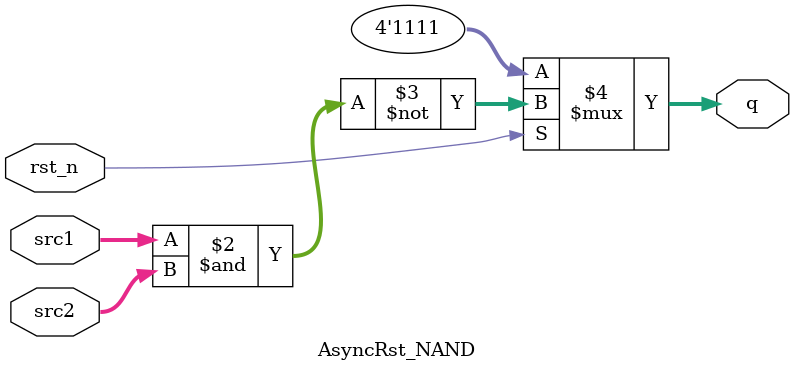
<source format=sv>
module AsyncRst_NAND(
    input rst_n,
    input [3:0] src1, src2,
    output reg [3:0] q
);
    always @(*) begin
        q = rst_n ? ~(src1 & src2) : 4'b1111;
    end
endmodule

</source>
